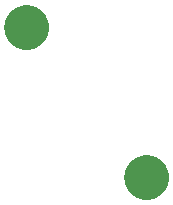
<source format=gbr>
%FSLAX34Y34*%
%MOIN*%
%ADD10C,0.15*%
D10*
G74*
X0Y2500D02*
G02*
X0Y-2500I5000J2500D01*
X4000Y-2500D02*
G03*
X4000Y2500I5000J2500D01*
M02*

</source>
